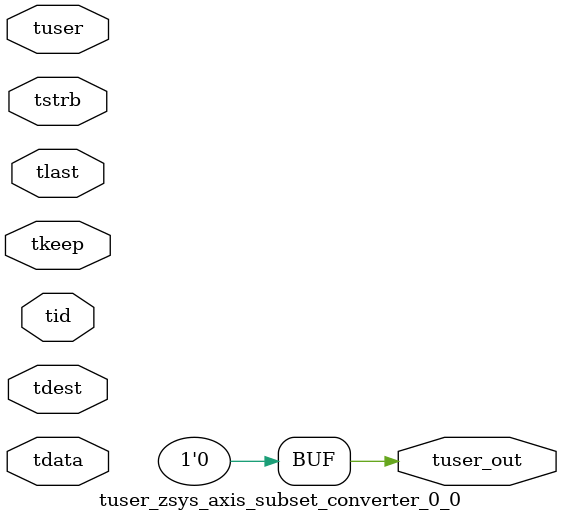
<source format=v>


`timescale 1ps/1ps

module tuser_zsys_axis_subset_converter_0_0 #
(
parameter C_S_AXIS_TUSER_WIDTH = 1,
parameter C_S_AXIS_TDATA_WIDTH = 32,
parameter C_S_AXIS_TID_WIDTH   = 0,
parameter C_S_AXIS_TDEST_WIDTH = 0,
parameter C_M_AXIS_TUSER_WIDTH = 1
)
(
input  [(C_S_AXIS_TUSER_WIDTH == 0 ? 1 : C_S_AXIS_TUSER_WIDTH)-1:0     ] tuser,
input  [(C_S_AXIS_TDATA_WIDTH == 0 ? 1 : C_S_AXIS_TDATA_WIDTH)-1:0     ] tdata,
input  [(C_S_AXIS_TID_WIDTH   == 0 ? 1 : C_S_AXIS_TID_WIDTH)-1:0       ] tid,
input  [(C_S_AXIS_TDEST_WIDTH == 0 ? 1 : C_S_AXIS_TDEST_WIDTH)-1:0     ] tdest,
input  [(C_S_AXIS_TDATA_WIDTH/8)-1:0 ] tkeep,
input  [(C_S_AXIS_TDATA_WIDTH/8)-1:0 ] tstrb,
input                                                                    tlast,
output [C_M_AXIS_TUSER_WIDTH-1:0] tuser_out
);

assign tuser_out = {1'b0};

endmodule


</source>
